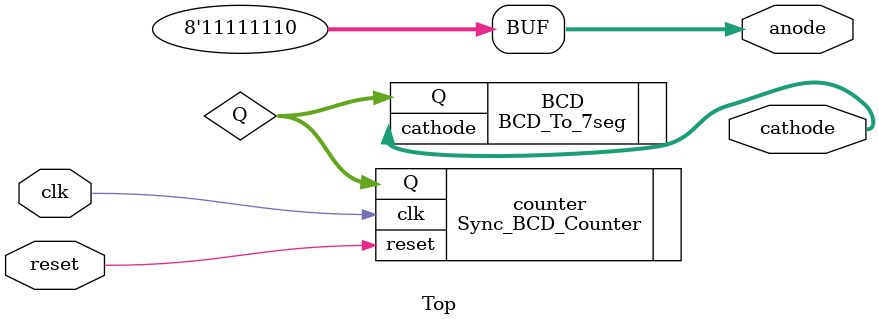
<source format=v>
`timescale 1ns / 1ps

module Top(
    input clk,
    input reset, 
    output [7:0] cathode,
    output [7:0] anode
    );
    
    assign anode = 8'b11111110; 
    wire [3:0] Q;
    
    BCD_To_7seg BCD(.Q(Q), .cathode(cathode));
    
    Sync_BCD_Counter counter(.clk(clk), .reset(reset), .Q(Q));
    
endmodule

</source>
